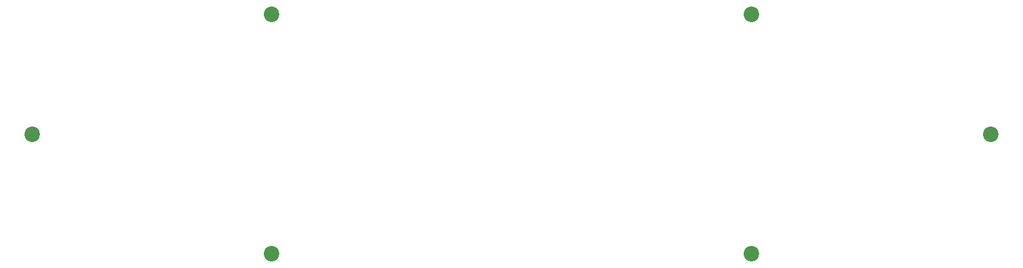
<source format=gbr>
%TF.GenerationSoftware,KiCad,Pcbnew,(6.0.4-0)*%
%TF.CreationDate,2023-01-08T13:34:09-06:00*%
%TF.ProjectId,babbit_bottom,62616262-6974-45f6-926f-74746f6d2e6b,rev?*%
%TF.SameCoordinates,Original*%
%TF.FileFunction,Soldermask,Bot*%
%TF.FilePolarity,Negative*%
%FSLAX46Y46*%
G04 Gerber Fmt 4.6, Leading zero omitted, Abs format (unit mm)*
G04 Created by KiCad (PCBNEW (6.0.4-0)) date 2023-01-08 13:34:09*
%MOMM*%
%LPD*%
G01*
G04 APERTURE LIST*
%ADD10C,2.200000*%
G04 APERTURE END LIST*
D10*
%TO.C, *%
X207999968Y-74000000D03*
%TD*%
%TO.C, *%
X173999984Y-90999992D03*
%TD*%
%TO.C, *%
X106000016Y-57000008D03*
%TD*%
%TO.C, *%
X106000016Y-90999992D03*
%TD*%
%TO.C, *%
X173999984Y-57000008D03*
%TD*%
%TO.C, *%
X72000032Y-74000000D03*
%TD*%
M02*

</source>
